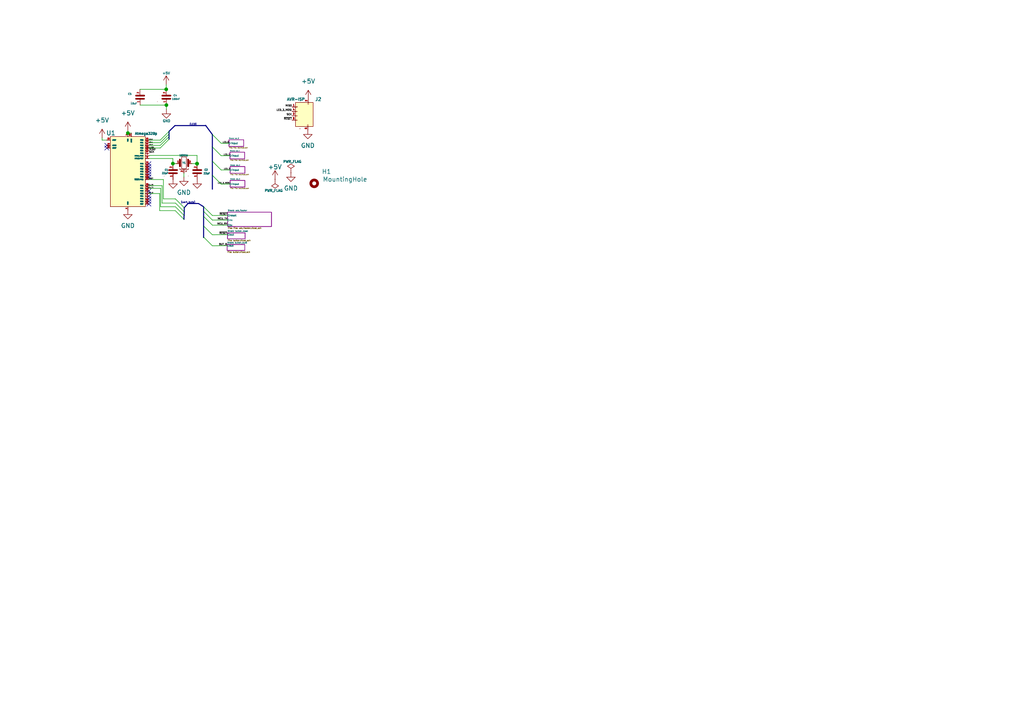
<source format=kicad_sch>
(kicad_sch (version 20211123) (generator eeschema)
  (paper "A4")
  (lib_symbols
    (symbol "Mylib:16MHz"
      (property "Reference" "Y1" (at 0 0 0))
      (property "Value" "16MHz" (at 0 5.08 0))
      (symbol "16MHz_0_0"
        (text "4" (at 0.635 -2.2352 900) (effects (font (size 0.5 0.5))))
      )
      (symbol "16MHz_0_1"
        (rectangle (start -2.54 0) (end -2.54 0))
        (rectangle (start -1.1684 1.1176) (end -1.1176 -0.762) (stroke (width 0.5)))
        (rectangle (start -0.6604 1.9304) (end 0.7112 -1.4732))
        (polyline (pts (xy -1.1684 -1.4224) (xy -1.1684 -1.7272) (xy 1.27 -1.7272) (xy 1.27 -1.4224)))
        (rectangle (start 1.2192 1.1176) (end 1.27 -0.762) (stroke (width 0.5)))
        (rectangle (start 2.54 0) (end 2.54 0))
      )
      (symbol "16MHz_1_1"
        (pin passive line (at -2.1844 0 0) (length 1) (name "") (number "1"))
        (pin passive line (at 0 -2.7432 90) (length 1) (name "") (number "2"))
        (pin passive line (at 2.2352 0 180) (length 1) (name "") (number "3"))
        (pin passive line (at 0 -2.7432 90) (length 1) hide (name "") (number "4"))
      )
    )
    (symbol "Mylib:AVR-ISP"
      (property "Reference" "J2" (at 2.286 5.0292 0))
      (property "Value" "AVR-ISP" (at -3.7084 5.1816 0))
      (symbol "AVR-ISP_0_1"
        (rectangle (start -2.54 -1.27) (end -2.032 -1.397) (stroke (width 0.005)))
        (rectangle (start -2.54 0) (end -2.032 -0.127) (stroke (width 0.005)))
        (rectangle (start -2.54 1.27) (end -2.032 1.143) (stroke (width 0.005)))
        (rectangle (start -2.54 2.54) (end -2.032 2.413) (stroke (width 0.005)))
        (rectangle (start -2.54 3.81) (end 2.54 -3.175) (fill (type background)))
        (rectangle (start -2.159 2.54) (end -2.159 2.54))
        (rectangle (start -2.159 2.667) (end -2.159 2.667) (stroke (width 0.05)))
        (rectangle (start -2.032 2.667) (end -2.032 2.667))
        (rectangle (start -1.27 -3.81) (end -1.27 -3.81))
        (rectangle (start -1.27 -3.81) (end -1.27 -3.81))
        (rectangle (start -1.27 -3.81) (end -1.27 -3.81))
        (rectangle (start -1.27 -3.81) (end -1.27 -3.81))
        (rectangle (start 0.889 -2.667) (end 1.143 -3.175) (stroke (width 0.005)))
        (rectangle (start 1.016 3.81) (end 1.27 3.302) (stroke (width 0.005)))
      )
      (symbol "AVR-ISP_1_1"
        (pin passive line (at -3.556 2.4892 0) (length 1) (name "") (number "1"))
        (pin passive line (at 1.143 4.826 270) (length 1) (name "") (number "2"))
        (pin passive line (at -3.556 -0.0508 0) (length 1) (name "") (number "3"))
        (pin passive line (at -3.556 1.2192 0) (length 1) (name "") (number "4"))
        (pin passive line (at -3.556 -1.3208 0) (length 1) (name "") (number "5"))
        (pin passive line (at 1.016 -4.191 90) (length 1) (name "") (number "6"))
      )
    )
    (symbol "Mylib:Atmega328p"
      (property "Reference" "U1" (at 2.54 12.7 0))
      (property "Value" "Atmega328p" (at -5.08 12.7 0))
      (symbol "Atmega328p_0_1"
        (rectangle (start -5.08 10.16) (end 5.08 -10.16) (fill (type background)))
      )
      (symbol "Atmega328p_1_1"
        (pin bidirectional line (at 6.096 -6.35 180) (length 1) (name "PD3") (number "1"))
        (pin bidirectional line (at 6.096 -8.636 180) (length 1) (name "PD6") (number "10"))
        (pin bidirectional line (at 6.096 -9.398 180) (length 1) (name "PD7") (number "11"))
        (pin bidirectional line (at 6.096 9.144 180) (length 1) (name "PB0") (number "12"))
        (pin bidirectional line (at 6.096 8.382 180) (length 1) (name "PB1") (number "13"))
        (pin bidirectional line (at 6.096 7.62 180) (length 1) (name "PB2") (number "14"))
        (pin bidirectional line (at 6.096 6.858 180) (length 1) (name "PB3") (number "15"))
        (pin bidirectional line (at 6.096 6.096 180) (length 1) (name "PB4") (number "16"))
        (pin bidirectional line (at 6.096 5.334 180) (length 1) (name "PB5") (number "17"))
        (pin power_in line (at 1.016 11.176 270) (length 1) (name "AVCC") (number "18"))
        (pin input line (at -6.096 7.62 0) (length 1) (name "ADC6") (number "19"))
        (pin bidirectional line (at 6.096 -7.112 180) (length 1) (name "PD4") (number "2"))
        (pin passive line (at -6.096 9.144 0) (length 1) (name "AREF") (number "20"))
        (pin passive line (at 0 -11.176 90) (length 1) hide (name "GND") (number "21"))
        (pin input line (at -6.096 6.858 0) (length 1) (name "ADC7") (number "22"))
        (pin bidirectional line (at 6.096 2.286 180) (length 1) (name "PC0") (number "23"))
        (pin bidirectional line (at 6.096 1.524 180) (length 1) (name "PC1") (number "24"))
        (pin bidirectional line (at 6.096 0.762 180) (length 1) (name "PC2") (number "25"))
        (pin bidirectional line (at 6.096 0 180) (length 1) (name "PC3") (number "26"))
        (pin bidirectional line (at 6.096 -0.762 180) (length 1) (name "PC4") (number "27"))
        (pin bidirectional line (at 6.096 -1.524 180) (length 1) (name "PC5") (number "28"))
        (pin bidirectional line (at 6.096 -2.286 180) (length 1) (name "~{RESET}/PC6") (number "29"))
        (pin power_in line (at 0 -11.176 90) (length 1) (name "GND") (number "3"))
        (pin bidirectional line (at 6.096 -4.064 180) (length 1) (name "PD0") (number "30"))
        (pin bidirectional line (at 6.096 -4.826 180) (length 1) (name "PD1") (number "31"))
        (pin bidirectional line (at 6.096 -5.588 180) (length 1) (name "PD2") (number "32"))
        (pin power_in line (at 0 11.176 270) (length 1) (name "VCC") (number "4"))
        (pin passive line (at 0 -11.176 90) (length 1) hide (name "GND") (number "5"))
        (pin passive line (at 0 11.176 270) (length 1) hide (name "VCC") (number "6"))
        (pin bidirectional line (at 6.096 4.572 180) (length 1) (name "XTAL1/PB6") (number "7"))
        (pin bidirectional line (at 6.096 3.81 180) (length 1) (name "XTAL2/PB7") (number "8"))
        (pin bidirectional line (at 6.096 -7.874 180) (length 1) (name "PD5") (number "9"))
      )
    )
    (symbol "Mylib:ca"
      (property "Reference" "C" (at 1.8796 4.9784 0))
      (property "Value" "ca" (at -1.27 5.08 0))
      (symbol "ca_0_1"
        (rectangle (start -1.27 0) (end -1.27 0))
        (rectangle (start -1.27 2.54) (end -1.27 2.54))
        (polyline (pts (xy -1.27 -2.54) (xy -1.27 -2.54)))
        (polyline (pts (xy -0.4572 1.1176) (xy -0.4572 -1.1684)) (stroke (width 0.5)) (fill (type background)))
        (polyline (pts (xy 0.4572 1.1176) (xy 0.4572 -1.2192)) (stroke (width 0.5)) (fill (type background)))
      )
      (symbol "ca_1_1"
        (pin passive line (at -2.286 -0.0508 0) (length 2) (name "~") (number "1"))
        (pin passive line (at 2.286 0 180) (length 2) (name "~") (number "2"))
      )
    )
    (symbol "Mylib:mountingHole"
      (property "Reference" "H" (at 4.7244 2.6924 0))
      (property "Value" "mountingHole" (at -2.8956 2.794 0))
      (symbol "mountingHole_0_1"
        (circle (center -0.0508 0) (radius 0.9758) (stroke (width 0.8)))
      )
    )
    (symbol "power:+5V" (power) (pin_names (offset 0))
      (property "Value" "+5V" (at 0 3.556 0))
      (symbol "+5V_0_1"
        (polyline (pts (xy -0.762 1.27) (xy 0 2.54)))
        (polyline (pts (xy 0 0) (xy 0 2.54)))
        (polyline (pts (xy 0 2.54) (xy 0.762 1.27)))
      )
      (symbol "+5V_1_1"
        (pin power_in line (at 0 0 90) (length 0) hide (name "+5V") (number "1"))
      )
    )
    (symbol "power:GND" (power) (pin_names (offset 0))
      (property "Value" "GND" (at 0 -3.81 0))
      (symbol "GND_0_1"
        (polyline (pts (xy 0 0) (xy 0 -1.27) (xy 1.27 -1.27) (xy 0 -2.54) (xy -1.27 -1.27) (xy 0 -1.27)))
      )
      (symbol "GND_1_1"
        (pin power_in line (at 0 0 270) (length 0) hide (name "GND") (number "1"))
      )
    )
    (symbol "power:PWR_FLAG" (power) (pin_numbers hide) (pin_names (offset 0) hide)
      (property "Value" "PWR_FLAG" (at 0 3.81 0))
      (symbol "PWR_FLAG_0_0"
        (pin power_out line (at 0 0 90) (length 0) (name "pwr") (number "1"))
      )
      (symbol "PWR_FLAG_0_1"
        (polyline (pts (xy 0 0) (xy 0 1.27) (xy -1.016 1.905) (xy 0 2.54) (xy 1.016 1.905) (xy 0 1.27)))
      )
    )
  )
  (bus_alias "uart_buts" (members "~{RESET}" "MCU_RX" "MCU_TX" "BUT_0"))
  (bus_alias "LED" (members "LED_0" "LED_1" "LED_2" "LED_3_MOSI"))
  (junction (at 37.084 38.608))
  (junction (at 57.15 47.4472))
  (junction (at 57.15 47.498))
  (junction (at 48.26 30.48))
  (junction (at 48.2092 25.908))
  (junction (at 50.1396 47.4472))
  (no_connect (at 43.18 49.784))
  (no_connect (at 43.18 51.308))
  (no_connect (at 43.18 49.022))
  (no_connect (at 43.18 47.498))
  (no_connect (at 30.988 42.926))
  (no_connect (at 43.18 48.26))
  (no_connect (at 43.18 55.372))
  (no_connect (at 43.18 56.896))
  (no_connect (at 43.18 57.658))
  (no_connect (at 43.18 58.42))
  (no_connect (at 43.18 59.182))
  (no_connect (at 30.988 42.164))
  (no_connect (at 43.18 50.546))
  (bus_entry (at 50.8254 61.087) (size 2.54 2.54))
  (bus_entry (at 50.8762 59.9694) (size 2.54 2.54))
  (bus_entry (at 50.9016 58.9026) (size 2.54 2.54))
  (bus_entry (at 50.9016 57.7088) (size 2.54 2.54))
  (bus_entry (at 49.022 38.1) (size -2.54 2.54))
  (bus_entry (at 59.055 62.7634) (size 2.54 2.54))
  (bus_entry (at 59.055 61.2902) (size 2.54 2.54))
  (bus_entry (at 59.055 59.9694) (size 2.54 2.54))
  (bus_entry (at 49.022 39.624) (size -2.54 2.54))
  (bus_entry (at 61.595 39.0144) (size 2.54 2.54))
  (bus_entry (at 61.595 42.6212) (size 2.54 2.54))
  (bus_entry (at 61.595 46.7614) (size 2.54 2.54))
  (bus_entry (at 61.595 50.8508) (size 2.54 2.54))
  (bus_entry (at 49.022 40.386) (size -2.54 2.54))
  (bus_entry (at 49.022 38.862) (size -2.54 2.54))
  (bus_entry (at 59.055 68.7578) (size 2.54 2.54))
  (bus_entry (at 59.055 65.5574) (size 2.54 2.54))
  (wire (pts (xy 57.15 47.4472) (xy 57.15 47.498)))
  (wire (pts (xy 43.4086 45.085) (xy 43.18 45.212)))
  (wire (pts (xy 46.5836 59.9694) (xy 50.8762 59.9694)))
  (wire (pts (xy 43.4086 45.085) (xy 57.15 45.085)))
  (wire (pts (xy 46.3042 56.134) (xy 46.3042 61.087)))
  (bus (pts (xy 50.7492 36.4236) (xy 59.6392 36.4236)))
  (wire (pts (xy 48.2092 24.5364) (xy 48.2092 25.908)))
  (wire (pts (xy 46.5836 54.61) (xy 46.5836 59.9694)))
  (bus (pts (xy 53.4416 61.4426) (xy 53.4162 62.5094)))
  (bus (pts (xy 59.055 61.2902) (xy 59.055 62.7634)))
  (wire (pts (xy 61.595 65.3034) (xy 66.04 65.3034)))
  (bus (pts (xy 59.055 65.5574) (xy 59.055 68.7578)))
  (wire (pts (xy 29.6164 40.005) (xy 29.6164 40.64)))
  (wire (pts (xy 50.1396 45.974) (xy 50.1396 47.4472)))
  (bus (pts (xy 54.5084 59.0296) (xy 53.4416 60.2488)))
  (wire (pts (xy 43.18 53.848) (xy 47.0154 53.848)))
  (wire (pts (xy 43.18 41.402) (xy 46.482 41.402)))
  (wire (pts (xy 37.084 37.9222) (xy 37.084 38.608)))
  (wire (pts (xy 64.135 53.3908) (xy 66.7512 53.3908)))
  (bus (pts (xy 49.022 39.624) (xy 49.022 40.386)))
  (bus (pts (xy 54.5084 59.0296) (xy 57.5564 59.0296)))
  (wire (pts (xy 40.64 30.48) (xy 48.26 30.48)))
  (bus (pts (xy 57.5564 59.0296) (xy 59.055 59.9694)))
  (wire (pts (xy 48.26 30.48) (xy 48.26 31.75)))
  (wire (pts (xy 43.18 40.64) (xy 46.482 40.64)))
  (wire (pts (xy 43.18 45.974) (xy 50.1396 45.974)))
  (wire (pts (xy 40.5892 25.908) (xy 48.2092 25.908)))
  (wire (pts (xy 47.0154 53.848) (xy 47.0154 58.9026)))
  (bus (pts (xy 53.4416 60.2488) (xy 53.4416 61.4426)))
  (wire (pts (xy 43.18 56.134) (xy 46.3042 56.134)))
  (wire (pts (xy 43.18 54.61) (xy 46.5836 54.61)))
  (bus (pts (xy 59.055 68.7578) (xy 59.0296 68.8848)))
  (wire (pts (xy 43.18 42.164) (xy 46.482 42.164)))
  (bus (pts (xy 59.055 62.7634) (xy 59.055 65.5574)))
  (bus (pts (xy 61.595 42.6212) (xy 61.595 46.7614)))
  (wire (pts (xy 46.3042 61.087) (xy 50.8254 61.087)))
  (wire (pts (xy 50.9016 57.7088) (xy 50.7746 57.6834)))
  (wire (pts (xy 47.3964 57.6834) (xy 50.7746 57.6834)))
  (bus (pts (xy 53.3654 63.627) (xy 53.3654 62.484)))
  (wire (pts (xy 43.18 52.07) (xy 47.3964 52.07)))
  (bus (pts (xy 59.055 59.9694) (xy 59.055 61.2902)))
  (bus (pts (xy 50.7492 36.4236) (xy 49.022 38.1)))
  (wire (pts (xy 37.084 38.608) (xy 38.1 38.608)))
  (bus (pts (xy 49.022 38.1) (xy 49.022 38.862)))
  (bus (pts (xy 59.6392 36.3728) (xy 61.595 39.0144)))
  (bus (pts (xy 61.595 50.8508) (xy 61.595 54.864)))
  (wire (pts (xy 50.1396 47.4472) (xy 51.1556 47.4472)))
  (wire (pts (xy 64.135 41.5544) (xy 66.421 41.5544)))
  (bus (pts (xy 53.3654 62.484) (xy 53.4162 62.5094)))
  (bus (pts (xy 49.022 38.862) (xy 49.022 39.624)))
  (bus (pts (xy 59.6392 36.4236) (xy 59.6392 36.3728)))
  (wire (pts (xy 64.135 49.3014) (xy 66.7512 49.3014)))
  (wire (pts (xy 47.3964 52.07) (xy 47.3964 57.6834)))
  (wire (pts (xy 57.15 45.085) (xy 57.15 47.4472)))
  (bus (pts (xy 61.595 39.0144) (xy 61.595 42.6212)))
  (wire (pts (xy 55.5752 47.4472) (xy 57.15 47.4472)))
  (wire (pts (xy 50.1396 47.4472) (xy 50.1396 47.498)))
  (wire (pts (xy 61.595 62.5094) (xy 66.04 62.484)))
  (bus (pts (xy 61.595 46.7614) (xy 61.595 50.8508)))
  (wire (pts (xy 61.595 63.8302) (xy 66.04 63.8302)))
  (wire (pts (xy 64.135 45.1612) (xy 66.7004 45.1612)))
  (wire (pts (xy 61.595 68.0974) (xy 65.9892 68.0466)))
  (wire (pts (xy 47.0154 58.9026) (xy 50.9016 58.9026)))
  (wire (pts (xy 61.595 71.2978) (xy 65.8876 71.247)))
  (wire (pts (xy 43.18 42.926) (xy 46.482 42.926)))
  (wire (pts (xy 53.34 50.1904) (xy 53.34 51.3334)))
  (wire (pts (xy 30.988 40.64) (xy 29.6164 40.64)))
  (label "{uart_buts}" (at 56.7182 59.0296 180) (effects (font (size 0.5 0.5))))
  (label "LED_1" (at 66.7004 45.1612 180) (effects (font (size 0.4 0.4))))
  (label "LED_1" (at 44.323 41.402 180) (effects (font (size 0.25 0.25))))
  (label "LED_3_MOSI" (at 84.709 32.3088 180) (effects (font (size 0.5 0.5))))
  (label "LED_3_MOSI" (at 66.7512 53.3908 180) (effects (font (size 0.4 0.4))))
  (label "~{RESET}" (at 66.04 62.484 180) (effects (font (size 0.5 0.5))))
  (label "~{RESET}" (at 44.4754 52.07 180) (effects (font (size 0.3 0.3))))
  (label "LED_2" (at 44.3484 42.164 180) (effects (font (size 0.25 0.25))))
  (label "~{RESET}" (at 65.9892 68.0466 180) (effects (font (size 0.5 0.5))))
  (label "LED_3_MOSI" (at 44.704 42.926 180) (effects (font (size 0.25 0.25))))
  (label "BUT_0" (at 65.8876 71.247 180) (effects (font (size 0.5 0.5))))
  (label "LED_0" (at 66.421 41.5544 180) (effects (font (size 0.4 0.4))))
  (label "MISO" (at 43.18 43.688 0) (effects (font (size 0.5 0.5))))
  (label "LED_0" (at 44.2722 40.64 180) (effects (font (size 0.25 0.25))))
  (label "MCU_RX" (at 44.5516 53.848 180) (effects (font (size 0.3 0.3))))
  (label "BUT_0" (at 44.4754 56.134 180) (effects (font (size 0.3 0.3))))
  (label "LED_2" (at 66.7512 49.3014 180) (effects (font (size 0.4 0.4))))
  (label "~{RESET}" (at 84.709 34.8488 180) (effects (font (size 0.5 0.5))))
  (label "MCU_TX" (at 66.04 63.8302 180) (effects (font (size 0.5 0.5))))
  (label "SCK" (at 43.18 44.45 0) (effects (font (size 0.5 0.5))))
  (label "{LED}" (at 57.0992 36.4236 180) (effects (font (size 0.5 0.5))))
  (label "MCU_TX" (at 44.5262 54.61 180) (effects (font (size 0.3 0.3))))
  (label "MISO" (at 84.709 31.0388 180) (effects (font (size 0.5 0.5))))
  (label "SCK" (at 84.709 33.5788 180) (effects (font (size 0.5 0.5))))
  (label "MCU_RX" (at 66.04 65.3034 180) (effects (font (size 0.5 0.5))))
  (symbol (lib_id "Mylib:16MHz") (at 53.34 47.4472 0) (unit 1)
    (property "Reference" "Y1" (at 53.3908 47.244 0) (effects (font (size 0.5 0.5))))
    (property "Value" "16MHz" (at 53.2638 45.0596 0) (effects (font (size 0.5 0.5))))
    (property "Footprint" "Footprint_lib:16MHz" (effects hide))
  )
  (symbol (lib_id "power:PWR_FLAG") (at 79.7814 52.0192 180) (unit 1)
    (property "Reference" "#FLG0101" (effects hide))
    (property "Value" "PWR_FLAG" (at 79.375 55.2704 0) (effects (font (size 0.7 0.7))))
  )
  (symbol (lib_id "power:+5V") (at 48.2092 24.5364 0) (unit 1)
    (property "Reference" "#PWR0107" (effects hide))
    (property "Value" "+5V" (at 48.2092 21.2344 0) (effects (font (size 0.7 0.7))))
  )
  (symbol (lib_id "Mylib:ca") (at 48.2092 28.194 90) (unit 1)
    (property "Reference" "C4" (at 50.8254 27.686 90) (effects (font (size 0.5 0.5))))
    (property "Value" "100nF" (at 51.0286 28.7274 90) (effects (font (size 0.5 0.5))))
    (property "Footprint" "Footprint_lib:Capacitor" (effects hide))
  )
  (symbol (lib_id "Mylib:mountingHole") (at 91.186 53.1876 0) (unit 1)
    (property "Reference" "H1" (at 93.3196 49.7586 0) (effects (justify left)))
    (property "Value" "MountingHole" (at 93.5736 52.0192 0) (effects (justify left)))
    (property "Footprint" "Footprint_lib:MountingHole" (effects hide))
  )
  (symbol (lib_id "power:+5V") (at 37.084 37.9222 0) (unit 1)
    (property "Reference" "#PWR0122" (effects hide))
    (property "Value" "+5V" (at 37.084 32.7914 0))
  )
  (symbol (lib_id "Mylib:ca") (at 57.15 49.784 90) (unit 1)
    (property "Reference" "C2" (at 59.7662 49.276 90) (effects (font (size 0.5 0.5))))
    (property "Value" "22pF" (at 59.9694 50.3174 90) (effects (font (size 0.5 0.5))))
    (property "Footprint" "Footprint_lib:Capacitor" (effects hide))
  )
  (symbol (lib_id "power:GND") (at 48.26 31.75 0) (unit 1)
    (property "Reference" "#PWR0106" (effects hide))
    (property "Value" "GND" (at 48.3108 35.0774 0) (effects (font (size 0.7 0.7))))
  )
  (symbol (lib_id "power:GND") (at 89.281 37.719 0) (unit 1)
    (property "Reference" "#PWR0110" (effects hide))
    (property "Value" "GND" (at 89.281 42.2148 0))
  )
  (symbol (lib_id "power:+5V") (at 79.7814 52.0192 0) (unit 1)
    (property "Reference" "#PWR0108" (effects hide))
    (property "Value" "+5V" (at 79.7306 48.4378 0))
  )
  (symbol (lib_id "Mylib:AVR-ISP") (at 88.265 33.528 0) (unit 1)
    (property "Reference" "J2" (at 91.3638 28.7782 0) (effects (font (size 1 1)) (justify left)))
    (property "Value" "AVR-ISP" (at 83.185 28.8036 0) (effects (font (size 0.8 0.8)) (justify left)))
    (property "Footprint" "Footprint_lib:avr-isr" (effects hide))
  )
  (symbol (lib_id "power:+5V") (at 89.408 28.702 0) (unit 1)
    (property "Reference" "#PWR0109" (effects hide))
    (property "Value" "+5V" (at 89.408 23.5712 0))
  )
  (symbol (lib_id "Mylib:ca") (at 40.5892 28.194 90) (unit 1)
    (property "Reference" "C5" (at 37.6428 27.2542 90) (effects (font (size 0.5 0.5))))
    (property "Value" "10uF" (at 38.8112 30.0228 90) (effects (font (size 0.5 0.5))))
    (property "Footprint" "Footprint_lib:Capacitor" (effects hide))
  )
  (symbol (lib_id "power:GND") (at 50.1904 52.07 0) (unit 1)
    (property "Reference" "#PWR0101" (effects hide))
    (property "Value" "GND" (effects hide))
  )
  (symbol (lib_id "power:+5V") (at 29.6164 40.005 0) (unit 1)
    (property "Reference" "#PWR0105" (effects hide))
    (property "Value" "+5V" (at 29.6164 34.8742 0))
  )
  (symbol (lib_id "power:GND") (at 84.3788 50.1142 0) (unit 1)
    (property "Reference" "#PWR0111" (effects hide))
    (property "Value" "GND" (at 84.3788 54.61 0))
  )
  (symbol (lib_id "Mylib:Atmega328p") (at 37.084 49.784 0) (unit 1)
    (property "Reference" "U1" (at 30.7848 38.5826 0) (effects (justify left)))
    (property "Value" "Atmega328p" (at 39.0906 38.735 0) (effects (font (size 0.7 0.7)) (justify left)))
    (property "Footprint" "Footprint_lib:atmega328pau" (effects hide))
  )
  (symbol (lib_id "power:GND") (at 37.084 60.96 0) (unit 1)
    (property "Reference" "#PWR0102" (effects hide))
    (property "Value" "GND" (at 37.084 65.4558 0))
  )
  (symbol (lib_id "Mylib:ca") (at 50.1396 49.784 90) (unit 1)
    (property "Reference" "C1" (at 48.2854 49.3014 90) (effects (font (size 0.5 0.5))))
    (property "Value" "22pF" (at 47.879 50.2158 90) (effects (font (size 0.5 0.5))))
    (property "Footprint" "Footprint_lib:Capacitor" (effects hide))
  )
  (symbol (lib_id "power:PWR_FLAG") (at 84.3788 50.1142 0) (unit 1)
    (property "Reference" "#FLG0102" (effects hide))
    (property "Value" "PWR_FLAG" (at 84.7852 46.863 0) (effects (font (size 0.7 0.7))))
  )
  (symbol (lib_id "power:GND") (at 53.34 51.3334 0) (unit 1)
    (property "Reference" "#PWR0103" (effects hide))
    (property "Value" "GND" (at 53.34 55.8292 0))
  )
  (symbol (lib_id "power:GND") (at 57.2008 52.07 0) (unit 1)
    (property "Reference" "#PWR0104" (effects hide))
    (property "Value" "GND" (effects hide))
  )
  (sheet (at 66.421 40.5384) (size 4.2672 1.9304) (stroke (width 0.1524) (color 132 0 132 1))
    (property "Sheet name" "Sheet: led_0" (at 66.421 40.3118 0) (effects (font (size 0.3 0.3)) (justify left bottom)))
    (property "Sheet file" "File: led.kicad_sch" (at 66.421 42.6654 0) (effects (font (size 0.3 0.3)) (justify left top)))
    (pin "input" input (at 66.421 41.5544 180) (effects (font (size 0.5 0.5))))
  )
  (sheet (at 66.7004 44.1452) (size 4.2672 1.9304) (stroke (width 0.1524) (color 132 0 132 1))
    (property "Sheet name" "Sheet: led_1" (at 66.7004 43.9186 0) (effects (font (size 0.3 0.3)) (justify left bottom)))
    (property "Sheet file" "File: led.kicad_sch" (at 66.7004 46.2722 0) (effects (font (size 0.3 0.3)) (justify left top)))
    (pin "input" input (at 66.7004 45.1612 180) (effects (font (size 0.5 0.5))))
  )
  (sheet (at 65.9892 67.5386) (size 5.1054 1.7272) (stroke (width 0.1524) (color 132 0 132 1))
    (property "Sheet name" "Sheet: button_reset" (at 65.9892 67.262 0) (effects (font (size 0.4 0.4)) (justify left bottom)))
    (property "Sheet file" "button.kicad_sch" (at 65.9892 69.5024 0) (effects (font (size 0.4 0.4)) (justify left top)))
    (pin "out" output (at 65.9892 68.0466 180) (effects (font (size 0.5 0.5))))
  )
  (sheet (at 66.7512 48.3108) (size 4.2672 1.9304) (stroke (width 0.1524) (color 132 0 132 1))
    (property "Sheet name" "Sheet: led_2" (at 66.7512 48.0842 0) (effects (font (size 0.3 0.3)) (justify left bottom)))
    (property "Sheet file" "File: led.kicad_sch" (at 66.7512 50.4378 0) (effects (font (size 0.3 0.3)) (justify left top)))
    (pin "input" input (at 66.7512 49.3014 180) (effects (font (size 0.5 0.5))))
  )
  (sheet (at 65.8876 70.9168) (size 5.1054 1.7272) (stroke (width 0.1524) (color 132 0 132 1))
    (property "Sheet name" "Sheet: button_but0" (at 65.8876 70.6402 0) (effects (font (size 0.4 0.4)) (justify left bottom)))
    (property "Sheet file" "button.kicad_sch" (at 65.8876 72.8806 0) (effects (font (size 0.4 0.4)) (justify left top)))
    (pin "out" output (at 65.8876 71.247 180) (effects (font (size 0.5 0.5))))
  )
  (sheet (at 66.7512 52.324) (size 4.2672 1.9304) (stroke (width 0.1524) (color 132 0 132 1))
    (property "Sheet name" "Sheet: led_3" (at 66.7512 52.0974 0) (effects (font (size 0.3 0.3)) (justify left bottom)))
    (property "Sheet file" "File: led.kicad_sch" (at 66.7512 54.451 0) (effects (font (size 0.3 0.3)) (justify left top)))
    (pin "input" input (at 66.7512 53.3908 180) (effects (font (size 0.5 0.5))))
  )
  (sheet (at 66.04 61.5442) (size 12.7 4.1656) (stroke (width 0.1524) (color 132 0 132 1))
    (property "Sheet name" "Sheet: usb_flasher" (at 66.04 61.2676 0) (effects (font (size 0.4 0.4)) (justify left bottom)))
    (property "Sheet file" "File: usb_flasher.kicad_sch" (at 66.04 65.9464 0) (effects (font (size 0.4 0.4)) (justify left top)))
    (pin "reset" output (at 66.04 62.484 180) (effects (font (size 0.5 0.5))))
    (pin "tx" output (at 66.04 65.3034 180) (effects (font (size 0.5 0.5))))
    (pin "rx" input (at 66.04 63.8302 180) (effects (font (size 0.5 0.5))))
  )
)
</source>
